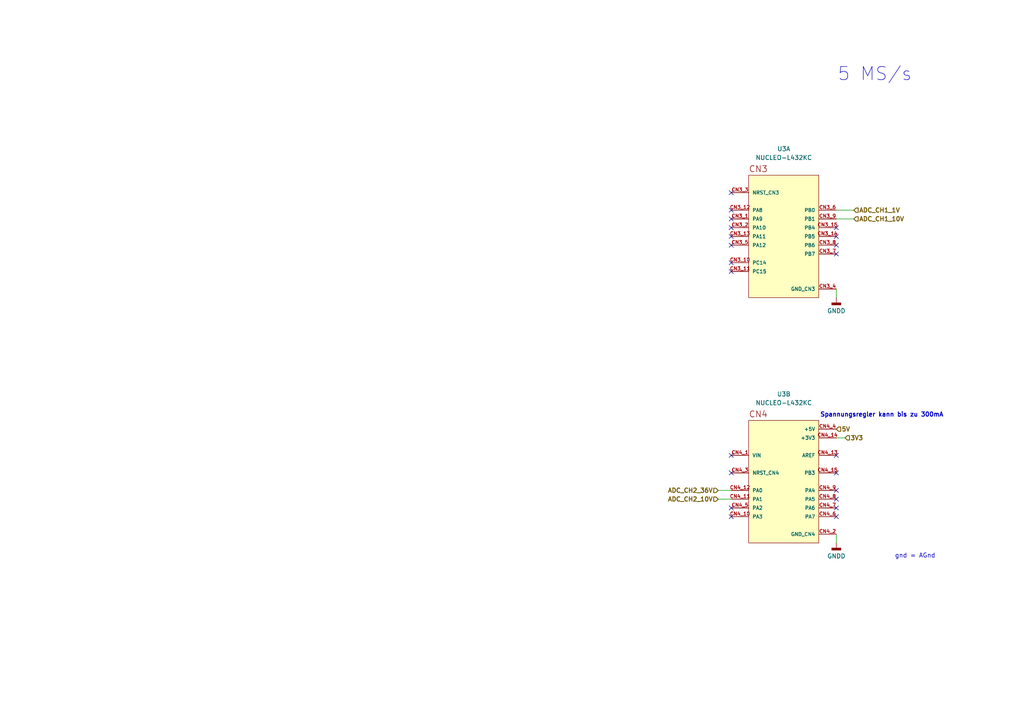
<source format=kicad_sch>
(kicad_sch (version 20250114) (generator "eeschema") (generator_version "9.0")
  (paper "A4")
  (lib_symbols
    (symbol "NUCLEO-L432KC:NUCLEO-L432KC" (pin_names (offset 1.016))
      (property "Reference" "U" (at -10.16 21.082 0))
      (property "Value" "NUCLEO-L432KC" (at -10.16 -20.32 0))
      (symbol "NUCLEO-L432KC_1_0"
        (rectangle (start -10.16 -17.78) (end 10.16 17.78) (stroke (width 0.1524)) (fill (type background)))
        (text "CN3" (at -10.16 18.542 0) (effects (font (size 1.778 1.778)) (justify left bottom)))
        (pin bidirectional line (at -15.24 12.7 0) (length 5.08) (name "NRST_CN3") (number "CN3_3"))
        (pin bidirectional line (at -15.24 7.62 0) (length 5.08) (name "PA8") (number "CN3_12"))
        (pin bidirectional line (at -15.24 5.08 0) (length 5.08) (name "PA9") (number "CN3_1"))
        (pin bidirectional line (at -15.24 2.54 0) (length 5.08) (name "PA10") (number "CN3_2"))
        (pin bidirectional line (at -15.24 0 0) (length 5.08) (name "PA11") (number "CN3_13"))
        (pin bidirectional line (at -15.24 -2.54 0) (length 5.08) (name "PA12") (number "CN3_5"))
        (pin bidirectional line (at -15.24 -7.62 0) (length 5.08) (name "PC14") (number "CN3_10"))
        (pin bidirectional line (at -15.24 -10.16 0) (length 5.08) (name "PC15") (number "CN3_11"))
        (pin bidirectional line (at 15.24 7.62 180) (length 5.08) (name "PB0") (number "CN3_6"))
        (pin bidirectional line (at 15.24 5.08 180) (length 5.08) (name "PB1") (number "CN3_9"))
        (pin bidirectional line (at 15.24 2.54 180) (length 5.08) (name "PB4") (number "CN3_15"))
        (pin bidirectional line (at 15.24 0 180) (length 5.08) (name "PB5") (number "CN3_14"))
        (pin bidirectional line (at 15.24 -2.54 180) (length 5.08) (name "PB6") (number "CN3_8"))
        (pin bidirectional line (at 15.24 -5.08 180) (length 5.08) (name "PB7") (number "CN3_7"))
        (pin power_in line (at 15.24 -15.24 180) (length 5.08) (name "GND_CN3") (number "CN3_4"))
      )
      (symbol "NUCLEO-L432KC_2_0"
        (rectangle (start -10.16 -17.78) (end 10.16 17.78) (stroke (width 0.1524)) (fill (type background)))
        (text "CN4" (at -10.16 18.542 0) (effects (font (size 1.778 1.778)) (justify left bottom)))
        (pin input line (at -15.24 7.62 0) (length 5.08) (name "VIN") (number "CN4_1"))
        (pin bidirectional line (at -15.24 2.54 0) (length 5.08) (name "NRST_CN4") (number "CN4_3"))
        (pin bidirectional line (at -15.24 -2.54 0) (length 5.08) (name "PA0") (number "CN4_12"))
        (pin bidirectional line (at -15.24 -5.08 0) (length 5.08) (name "PA1") (number "CN4_11"))
        (pin bidirectional line (at -15.24 -7.62 0) (length 5.08) (name "PA2") (number "CN4_5"))
        (pin bidirectional line (at -15.24 -10.16 0) (length 5.08) (name "PA3") (number "CN4_10"))
        (pin power_in line (at 15.24 15.24 180) (length 5.08) (name "+5V") (number "CN4_4"))
        (pin power_in line (at 15.24 12.7 180) (length 5.08) (name "+3V3") (number "CN4_14"))
        (pin bidirectional line (at 15.24 7.62 180) (length 5.08) (name "AREF") (number "CN4_13"))
        (pin bidirectional line (at 15.24 2.54 180) (length 5.08) (name "PB3") (number "CN4_15"))
        (pin bidirectional line (at 15.24 -2.54 180) (length 5.08) (name "PA4") (number "CN4_9"))
        (pin bidirectional line (at 15.24 -5.08 180) (length 5.08) (name "PA5") (number "CN4_8"))
        (pin bidirectional line (at 15.24 -7.62 180) (length 5.08) (name "PA6") (number "CN4_7"))
        (pin bidirectional line (at 15.24 -10.16 180) (length 5.08) (name "PA7") (number "CN4_6"))
        (pin power_in line (at 15.24 -15.24 180) (length 5.08) (name "GND_CN4") (number "CN4_2"))
      )
    )
    (symbol "power:GNDD" (power) (pin_numbers (hide yes)) (pin_names (offset 0) (hide yes))
      (property "Value" "GNDD" (at 0 -3.175 0))
      (symbol "GNDD_0_1"
        (rectangle (start -1.27 -1.524) (end 1.27 -2.032) (stroke (width 0.254)) (fill (type outline)))
        (polyline (pts (xy 0 0) (xy 0 -1.524)))
      )
      (symbol "GNDD_1_1"
        (pin power_in line (at 0 0 270) (length 0) (name "~") (number "1"))
      )
    )
  )
  (text "Spannungsregler kann bis zu 300mA\n" (at 255.778 120.396 0) (effects (font (size 1.27 1.27) (thickness 0.254) (bold yes))))
  (text "5 MS/s" (at 253.746 21.59 0) (effects (font (size 3.81 3.81))))
  (text "gnd = AGnd\n" (at 265.43 161.29 0) (effects (font (size 1.27 1.27))))
  (no_connect (at 212.09 137.16))
  (no_connect (at 212.09 132.08))
  (no_connect (at 212.09 55.88))
  (no_connect (at 242.57 71.12))
  (no_connect (at 212.09 66.04))
  (no_connect (at 212.09 71.12))
  (no_connect (at 242.57 73.66))
  (no_connect (at 212.09 147.32))
  (no_connect (at 212.09 63.5))
  (no_connect (at 242.57 144.78))
  (no_connect (at 242.57 68.58))
  (no_connect (at 212.09 60.96))
  (no_connect (at 242.57 137.16))
  (no_connect (at 242.57 142.24))
  (no_connect (at 242.57 66.04))
  (no_connect (at 212.09 76.2))
  (no_connect (at 212.09 68.58))
  (no_connect (at 242.57 132.08))
  (no_connect (at 212.09 149.86))
  (no_connect (at 242.57 149.86))
  (no_connect (at 242.57 147.32))
  (no_connect (at 212.09 78.74))
  (wire (pts (xy 242.57 60.96) (xy 247.65 60.96)))
  (wire (pts (xy 242.57 127) (xy 245.11 127)))
  (wire (pts (xy 242.57 154.94) (xy 242.57 157.48)))
  (wire (pts (xy 208.28 144.78) (xy 212.09 144.78)))
  (wire (pts (xy 208.28 142.24) (xy 212.09 142.24)))
  (wire (pts (xy 242.57 63.5) (xy 247.65 63.5)))
  (wire (pts (xy 242.57 83.82) (xy 242.57 86.36)))
  (hierarchical_label "ADC_CH2_36V" (shape input) (at 208.28 142.24 180) (effects (font (thickness 0.254) (bold yes))))
  (hierarchical_label "5V" (shape input) (at 242.57 124.46 0) (effects (font (thickness 0.254) (bold yes))))
  (hierarchical_label "3V3" (shape input) (at 245.11 127 0) (effects (font (thickness 0.254) (bold yes))))
  (hierarchical_label "ADC_CH2_10V" (shape input) (at 208.28 144.78 180) (effects (font (thickness 0.254) (bold yes))))
  (hierarchical_label "ADC_CH1_10V" (shape input) (at 247.65 63.5 0) (effects (font (thickness 0.254) (bold yes))))
  (hierarchical_label "ADC_CH1_1V" (shape input) (at 247.65 60.96 0) (effects (font (thickness 0.254) (bold yes))))
  (symbol (lib_id "NUCLEO-L432KC:NUCLEO-L432KC") (at 227.33 139.7 0) (unit 2)
    (property "Reference" "U3" (at 227.33 114.3 0))
    (property "Value" "NUCLEO-L432KC" (at 227.33 116.84 0))
    (property "Footprint" "L432KC:MODULE_NUCLEO-L432KC" (effects (hide yes)))
    (property "MF" "STMicroelectronics" (effects (hide yes)))
    (property "MAXIMUM_PACKAGE_HEIGHT" "N/A" (effects (hide yes)))
    (property "Package" "None" (effects (hide yes)))
    (property "Price" "None" (effects (hide yes)))
    (property "Check_prices" "https://www.snapeda.com/parts/NUCLEO-L432KC/STMicroelectronics/view-part/?ref=eda" (effects (hide yes)))
    (property "STANDARD" "Manufacturer Recommendations" (effects (hide yes)))
    (property "PARTREV" "N/A" (effects (hide yes)))
    (property "SnapEDA_Link" "https://www.snapeda.com/parts/NUCLEO-L432KC/STMicroelectronics/view-part/?ref=snap" (effects (hide yes)))
    (property "MP" "NUCLEO-L432KC" (effects (hide yes)))
    (property "Description_1" "STM32L432KC, mbed-Enabled Development Nucleo-32 STM32L4 ARM® Cortex®-M4 MCU 32-Bit Embedded Evaluation Board" (effects (hide yes)))
    (property "Availability" "In Stock" (effects (hide yes)))
    (property "MANUFACTURER" "ST Microelectronics" (effects (hide yes)))
  )
  (symbol (lib_id "power:GNDD") (at 242.57 157.48 0) (unit 1)
    (property "Reference" "#PWR014" (effects (hide yes)))
    (property "Value" "GNDD" (at 242.57 161.29 0))
    (property "Description" "Power symbol creates a global label with name \"GNDD\" , digital ground" (effects (hide yes)))
  )
  (symbol (lib_id "power:GNDD") (at 242.57 86.36 0) (unit 1)
    (property "Reference" "#PWR011" (effects (hide yes)))
    (property "Value" "GNDD" (at 242.57 90.17 0))
    (property "Description" "Power symbol creates a global label with name \"GNDD\" , digital ground" (effects (hide yes)))
  )
  (symbol (lib_id "NUCLEO-L432KC:NUCLEO-L432KC") (at 227.33 68.58 0) (unit 1)
    (property "Reference" "U3" (at 227.33 43.18 0))
    (property "Value" "NUCLEO-L432KC" (at 227.33 45.72 0))
    (property "Footprint" "L432KC:MODULE_NUCLEO-L432KC" (effects (hide yes)))
    (property "MF" "STMicroelectronics" (effects (hide yes)))
    (property "MAXIMUM_PACKAGE_HEIGHT" "N/A" (effects (hide yes)))
    (property "Package" "None" (effects (hide yes)))
    (property "Price" "None" (effects (hide yes)))
    (property "Check_prices" "https://www.snapeda.com/parts/NUCLEO-L432KC/STMicroelectronics/view-part/?ref=eda" (effects (hide yes)))
    (property "STANDARD" "Manufacturer Recommendations" (effects (hide yes)))
    (property "PARTREV" "N/A" (effects (hide yes)))
    (property "SnapEDA_Link" "https://www.snapeda.com/parts/NUCLEO-L432KC/STMicroelectronics/view-part/?ref=snap" (effects (hide yes)))
    (property "MP" "NUCLEO-L432KC" (effects (hide yes)))
    (property "Description_1" "STM32L432KC, mbed-Enabled Development Nucleo-32 STM32L4 ARM® Cortex®-M4 MCU 32-Bit Embedded Evaluation Board" (effects (hide yes)))
    (property "Availability" "In Stock" (effects (hide yes)))
    (property "MANUFACTURER" "ST Microelectronics" (effects (hide yes)))
  )
)
</source>
